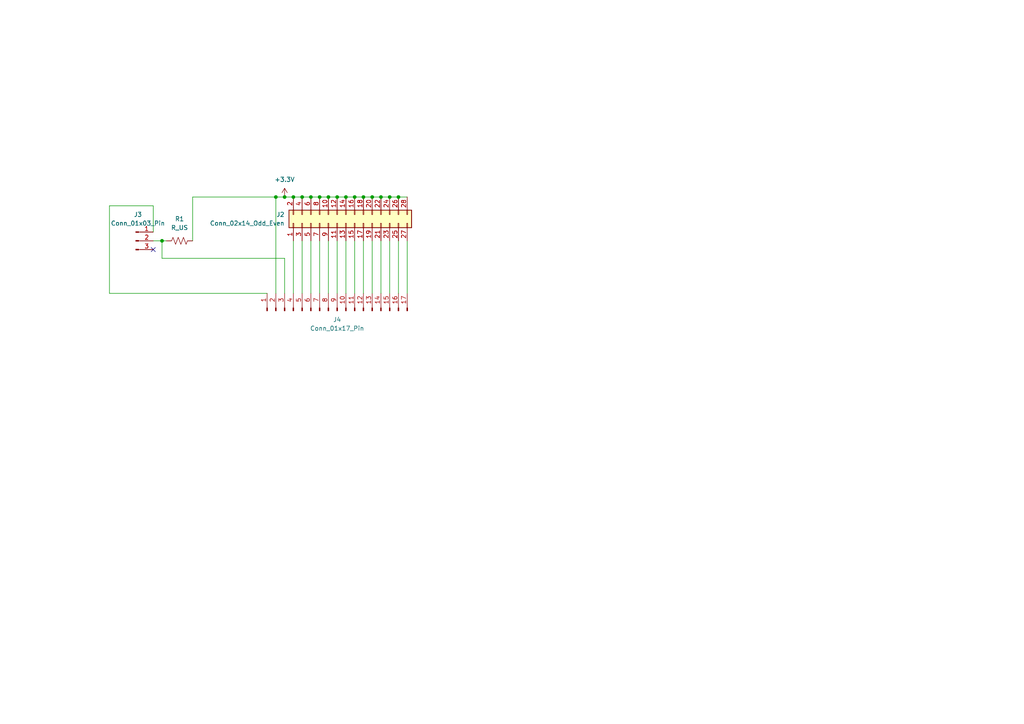
<source format=kicad_sch>
(kicad_sch (version 20230121) (generator eeschema)
  (paper "A4")
  (lib_symbols
    (symbol "Connector:Conn_01x03_Pin" (pin_names (offset 1.016) hide)
      (property "Reference" "J" (at 0 5.08 0))
      (property "Value" "Conn_01x03_Pin" (at 0 -5.08 0))
      (symbol "Conn_01x03_Pin_1_1"
        (polyline (pts (xy 1.27 -2.54) (xy 0.8636 -2.54)) (stroke (width 0.1524)))
        (polyline (pts (xy 1.27 0) (xy 0.8636 0)) (stroke (width 0.1524)))
        (polyline (pts (xy 1.27 2.54) (xy 0.8636 2.54)) (stroke (width 0.1524)))
        (rectangle (start 0.8636 -2.413) (end 0 -2.667) (stroke (width 0.1524)) (fill (type outline)))
        (rectangle (start 0.8636 0.127) (end 0 -0.127) (stroke (width 0.1524)) (fill (type outline)))
        (rectangle (start 0.8636 2.667) (end 0 2.413) (stroke (width 0.1524)) (fill (type outline)))
        (pin passive line (at 5.08 2.54 180) (length 3.81) (name "Pin_1") (number "1"))
        (pin passive line (at 5.08 0 180) (length 3.81) (name "Pin_2") (number "2"))
        (pin passive line (at 5.08 -2.54 180) (length 3.81) (name "Pin_3") (number "3"))
      )
    )
    (symbol "Connector:Conn_01x17_Pin" (pin_names (offset 1.016) hide)
      (property "Reference" "J" (at 0 22.86 0))
      (property "Value" "Conn_01x17_Pin" (at 0 -22.86 0))
      (symbol "Conn_01x17_Pin_1_1"
        (polyline (pts (xy 1.27 -20.32) (xy 0.8636 -20.32)) (stroke (width 0.1524)))
        (polyline (pts (xy 1.27 -17.78) (xy 0.8636 -17.78)) (stroke (width 0.1524)))
        (polyline (pts (xy 1.27 -15.24) (xy 0.8636 -15.24)) (stroke (width 0.1524)))
        (polyline (pts (xy 1.27 -12.7) (xy 0.8636 -12.7)) (stroke (width 0.1524)))
        (polyline (pts (xy 1.27 -10.16) (xy 0.8636 -10.16)) (stroke (width 0.1524)))
        (polyline (pts (xy 1.27 -7.62) (xy 0.8636 -7.62)) (stroke (width 0.1524)))
        (polyline (pts (xy 1.27 -5.08) (xy 0.8636 -5.08)) (stroke (width 0.1524)))
        (polyline (pts (xy 1.27 -2.54) (xy 0.8636 -2.54)) (stroke (width 0.1524)))
        (polyline (pts (xy 1.27 0) (xy 0.8636 0)) (stroke (width 0.1524)))
        (polyline (pts (xy 1.27 2.54) (xy 0.8636 2.54)) (stroke (width 0.1524)))
        (polyline (pts (xy 1.27 5.08) (xy 0.8636 5.08)) (stroke (width 0.1524)))
        (polyline (pts (xy 1.27 7.62) (xy 0.8636 7.62)) (stroke (width 0.1524)))
        (polyline (pts (xy 1.27 10.16) (xy 0.8636 10.16)) (stroke (width 0.1524)))
        (polyline (pts (xy 1.27 12.7) (xy 0.8636 12.7)) (stroke (width 0.1524)))
        (polyline (pts (xy 1.27 15.24) (xy 0.8636 15.24)) (stroke (width 0.1524)))
        (polyline (pts (xy 1.27 17.78) (xy 0.8636 17.78)) (stroke (width 0.1524)))
        (polyline (pts (xy 1.27 20.32) (xy 0.8636 20.32)) (stroke (width 0.1524)))
        (rectangle (start 0.8636 -20.193) (end 0 -20.447) (stroke (width 0.1524)) (fill (type outline)))
        (rectangle (start 0.8636 -17.653) (end 0 -17.907) (stroke (width 0.1524)) (fill (type outline)))
        (rectangle (start 0.8636 -15.113) (end 0 -15.367) (stroke (width 0.1524)) (fill (type outline)))
        (rectangle (start 0.8636 -12.573) (end 0 -12.827) (stroke (width 0.1524)) (fill (type outline)))
        (rectangle (start 0.8636 -10.033) (end 0 -10.287) (stroke (width 0.1524)) (fill (type outline)))
        (rectangle (start 0.8636 -7.493) (end 0 -7.747) (stroke (width 0.1524)) (fill (type outline)))
        (rectangle (start 0.8636 -4.953) (end 0 -5.207) (stroke (width 0.1524)) (fill (type outline)))
        (rectangle (start 0.8636 -2.413) (end 0 -2.667) (stroke (width 0.1524)) (fill (type outline)))
        (rectangle (start 0.8636 0.127) (end 0 -0.127) (stroke (width 0.1524)) (fill (type outline)))
        (rectangle (start 0.8636 2.667) (end 0 2.413) (stroke (width 0.1524)) (fill (type outline)))
        (rectangle (start 0.8636 5.207) (end 0 4.953) (stroke (width 0.1524)) (fill (type outline)))
        (rectangle (start 0.8636 7.747) (end 0 7.493) (stroke (width 0.1524)) (fill (type outline)))
        (rectangle (start 0.8636 10.287) (end 0 10.033) (stroke (width 0.1524)) (fill (type outline)))
        (rectangle (start 0.8636 12.827) (end 0 12.573) (stroke (width 0.1524)) (fill (type outline)))
        (rectangle (start 0.8636 15.367) (end 0 15.113) (stroke (width 0.1524)) (fill (type outline)))
        (rectangle (start 0.8636 17.907) (end 0 17.653) (stroke (width 0.1524)) (fill (type outline)))
        (rectangle (start 0.8636 20.447) (end 0 20.193) (stroke (width 0.1524)) (fill (type outline)))
        (pin passive line (at 5.08 20.32 180) (length 3.81) (name "Pin_1") (number "1"))
        (pin passive line (at 5.08 -2.54 180) (length 3.81) (name "Pin_10") (number "10"))
        (pin passive line (at 5.08 -5.08 180) (length 3.81) (name "Pin_11") (number "11"))
        (pin passive line (at 5.08 -7.62 180) (length 3.81) (name "Pin_12") (number "12"))
        (pin passive line (at 5.08 -10.16 180) (length 3.81) (name "Pin_13") (number "13"))
        (pin passive line (at 5.08 -12.7 180) (length 3.81) (name "Pin_14") (number "14"))
        (pin passive line (at 5.08 -15.24 180) (length 3.81) (name "Pin_15") (number "15"))
        (pin passive line (at 5.08 -17.78 180) (length 3.81) (name "Pin_16") (number "16"))
        (pin passive line (at 5.08 -20.32 180) (length 3.81) (name "Pin_17") (number "17"))
        (pin passive line (at 5.08 17.78 180) (length 3.81) (name "Pin_2") (number "2"))
        (pin passive line (at 5.08 15.24 180) (length 3.81) (name "Pin_3") (number "3"))
        (pin passive line (at 5.08 12.7 180) (length 3.81) (name "Pin_4") (number "4"))
        (pin passive line (at 5.08 10.16 180) (length 3.81) (name "Pin_5") (number "5"))
        (pin passive line (at 5.08 7.62 180) (length 3.81) (name "Pin_6") (number "6"))
        (pin passive line (at 5.08 5.08 180) (length 3.81) (name "Pin_7") (number "7"))
        (pin passive line (at 5.08 2.54 180) (length 3.81) (name "Pin_8") (number "8"))
        (pin passive line (at 5.08 0 180) (length 3.81) (name "Pin_9") (number "9"))
      )
    )
    (symbol "Connector_Generic:Conn_02x14_Odd_Even" (pin_names (offset 1.016) hide)
      (property "Reference" "J" (at 1.27 17.78 0))
      (property "Value" "Conn_02x14_Odd_Even" (at 1.27 -20.32 0))
      (symbol "Conn_02x14_Odd_Even_1_1"
        (rectangle (start -1.27 -17.653) (end 0 -17.907) (stroke (width 0.1524)))
        (rectangle (start -1.27 -15.113) (end 0 -15.367) (stroke (width 0.1524)))
        (rectangle (start -1.27 -12.573) (end 0 -12.827) (stroke (width 0.1524)))
        (rectangle (start -1.27 -10.033) (end 0 -10.287) (stroke (width 0.1524)))
        (rectangle (start -1.27 -7.493) (end 0 -7.747) (stroke (width 0.1524)))
        (rectangle (start -1.27 -4.953) (end 0 -5.207) (stroke (width 0.1524)))
        (rectangle (start -1.27 -2.413) (end 0 -2.667) (stroke (width 0.1524)))
        (rectangle (start -1.27 0.127) (end 0 -0.127) (stroke (width 0.1524)))
        (rectangle (start -1.27 2.667) (end 0 2.413) (stroke (width 0.1524)))
        (rectangle (start -1.27 5.207) (end 0 4.953) (stroke (width 0.1524)))
        (rectangle (start -1.27 7.747) (end 0 7.493) (stroke (width 0.1524)))
        (rectangle (start -1.27 10.287) (end 0 10.033) (stroke (width 0.1524)))
        (rectangle (start -1.27 12.827) (end 0 12.573) (stroke (width 0.1524)))
        (rectangle (start -1.27 15.367) (end 0 15.113) (stroke (width 0.1524)))
        (rectangle (start -1.27 16.51) (end 3.81 -19.05) (stroke (width 0.254)) (fill (type background)))
        (rectangle (start 3.81 -17.653) (end 2.54 -17.907) (stroke (width 0.1524)))
        (rectangle (start 3.81 -15.113) (end 2.54 -15.367) (stroke (width 0.1524)))
        (rectangle (start 3.81 -12.573) (end 2.54 -12.827) (stroke (width 0.1524)))
        (rectangle (start 3.81 -10.033) (end 2.54 -10.287) (stroke (width 0.1524)))
        (rectangle (start 3.81 -7.493) (end 2.54 -7.747) (stroke (width 0.1524)))
        (rectangle (start 3.81 -4.953) (end 2.54 -5.207) (stroke (width 0.1524)))
        (rectangle (start 3.81 -2.413) (end 2.54 -2.667) (stroke (width 0.1524)))
        (rectangle (start 3.81 0.127) (end 2.54 -0.127) (stroke (width 0.1524)))
        (rectangle (start 3.81 2.667) (end 2.54 2.413) (stroke (width 0.1524)))
        (rectangle (start 3.81 5.207) (end 2.54 4.953) (stroke (width 0.1524)))
        (rectangle (start 3.81 7.747) (end 2.54 7.493) (stroke (width 0.1524)))
        (rectangle (start 3.81 10.287) (end 2.54 10.033) (stroke (width 0.1524)))
        (rectangle (start 3.81 12.827) (end 2.54 12.573) (stroke (width 0.1524)))
        (rectangle (start 3.81 15.367) (end 2.54 15.113) (stroke (width 0.1524)))
        (pin passive line (at -5.08 15.24 0) (length 3.81) (name "Pin_1") (number "1"))
        (pin passive line (at 7.62 5.08 180) (length 3.81) (name "Pin_10") (number "10"))
        (pin passive line (at -5.08 2.54 0) (length 3.81) (name "Pin_11") (number "11"))
        (pin passive line (at 7.62 2.54 180) (length 3.81) (name "Pin_12") (number "12"))
        (pin passive line (at -5.08 0 0) (length 3.81) (name "Pin_13") (number "13"))
        (pin passive line (at 7.62 0 180) (length 3.81) (name "Pin_14") (number "14"))
        (pin passive line (at -5.08 -2.54 0) (length 3.81) (name "Pin_15") (number "15"))
        (pin passive line (at 7.62 -2.54 180) (length 3.81) (name "Pin_16") (number "16"))
        (pin passive line (at -5.08 -5.08 0) (length 3.81) (name "Pin_17") (number "17"))
        (pin passive line (at 7.62 -5.08 180) (length 3.81) (name "Pin_18") (number "18"))
        (pin passive line (at -5.08 -7.62 0) (length 3.81) (name "Pin_19") (number "19"))
        (pin passive line (at 7.62 15.24 180) (length 3.81) (name "Pin_2") (number "2"))
        (pin passive line (at 7.62 -7.62 180) (length 3.81) (name "Pin_20") (number "20"))
        (pin passive line (at -5.08 -10.16 0) (length 3.81) (name "Pin_21") (number "21"))
        (pin passive line (at 7.62 -10.16 180) (length 3.81) (name "Pin_22") (number "22"))
        (pin passive line (at -5.08 -12.7 0) (length 3.81) (name "Pin_23") (number "23"))
        (pin passive line (at 7.62 -12.7 180) (length 3.81) (name "Pin_24") (number "24"))
        (pin passive line (at -5.08 -15.24 0) (length 3.81) (name "Pin_25") (number "25"))
        (pin passive line (at 7.62 -15.24 180) (length 3.81) (name "Pin_26") (number "26"))
        (pin passive line (at -5.08 -17.78 0) (length 3.81) (name "Pin_27") (number "27"))
        (pin passive line (at 7.62 -17.78 180) (length 3.81) (name "Pin_28") (number "28"))
        (pin passive line (at -5.08 12.7 0) (length 3.81) (name "Pin_3") (number "3"))
        (pin passive line (at 7.62 12.7 180) (length 3.81) (name "Pin_4") (number "4"))
        (pin passive line (at -5.08 10.16 0) (length 3.81) (name "Pin_5") (number "5"))
        (pin passive line (at 7.62 10.16 180) (length 3.81) (name "Pin_6") (number "6"))
        (pin passive line (at -5.08 7.62 0) (length 3.81) (name "Pin_7") (number "7"))
        (pin passive line (at 7.62 7.62 180) (length 3.81) (name "Pin_8") (number "8"))
        (pin passive line (at -5.08 5.08 0) (length 3.81) (name "Pin_9") (number "9"))
      )
    )
    (symbol "Device:R_US" (pin_numbers hide) (pin_names (offset 0))
      (property "Reference" "R" (at 2.54 0 90))
      (property "Value" "R_US" (at -2.54 0 90))
      (symbol "R_US_0_1"
        (polyline (pts (xy 0 -2.286) (xy 0 -2.54)))
        (polyline (pts (xy 0 2.286) (xy 0 2.54)))
        (polyline (pts (xy 0 -0.762) (xy 1.016 -1.143) (xy 0 -1.524) (xy -1.016 -1.905) (xy 0 -2.286)))
        (polyline (pts (xy 0 0.762) (xy 1.016 0.381) (xy 0 0) (xy -1.016 -0.381) (xy 0 -0.762)))
        (polyline (pts (xy 0 2.286) (xy 1.016 1.905) (xy 0 1.524) (xy -1.016 1.143) (xy 0 0.762)))
      )
      (symbol "R_US_1_1"
        (pin passive line (at 0 3.81 270) (length 1.27) (name "~") (number "1"))
        (pin passive line (at 0 -3.81 90) (length 1.27) (name "~") (number "2"))
      )
    )
    (symbol "power:+3.3V" (power) (pin_names (offset 0))
      (property "Value" "+3.3V" (at 0 3.556 0))
      (symbol "+3.3V_0_1"
        (polyline (pts (xy -0.762 1.27) (xy 0 2.54)))
        (polyline (pts (xy 0 0) (xy 0 2.54)))
        (polyline (pts (xy 0 2.54) (xy 0.762 1.27)))
      )
      (symbol "+3.3V_1_1"
        (pin power_in line (at 0 0 90) (length 0) hide (name "+3.3V") (number "1"))
      )
    )
  )
  (junction (at 105.41 57.15))
  (junction (at 97.79 57.15))
  (junction (at 100.33 57.15))
  (junction (at 102.87 57.15))
  (junction (at 82.55 57.15))
  (junction (at 95.25 57.15))
  (junction (at 107.95 57.15))
  (junction (at 87.63 57.15))
  (junction (at 90.17 57.15))
  (junction (at 85.09 57.15))
  (junction (at 80.01 57.15))
  (junction (at 92.71 57.15))
  (junction (at 110.49 57.15))
  (junction (at 113.03 57.15))
  (junction (at 46.99 69.85))
  (junction (at 115.57 57.15))
  (no_connect (at 44.45 72.39))
  (wire (pts (xy 107.95 69.85) (xy 107.95 85.09)))
  (wire (pts (xy 90.17 57.15) (xy 92.71 57.15)))
  (wire (pts (xy 107.95 57.15) (xy 110.49 57.15)))
  (wire (pts (xy 110.49 69.85) (xy 110.49 85.09)))
  (wire (pts (xy 95.25 69.85) (xy 95.25 85.09)))
  (wire (pts (xy 46.99 74.93) (xy 82.55 74.93)))
  (wire (pts (xy 113.03 69.85) (xy 113.03 85.09)))
  (wire (pts (xy 31.75 85.09) (xy 31.75 59.69)))
  (wire (pts (xy 80.01 57.15) (xy 82.55 57.15)))
  (wire (pts (xy 105.41 57.15) (xy 107.95 57.15)))
  (wire (pts (xy 31.75 59.69) (xy 44.45 59.69)))
  (wire (pts (xy 92.71 57.15) (xy 95.25 57.15)))
  (wire (pts (xy 77.47 85.09) (xy 31.75 85.09)))
  (wire (pts (xy 80.01 85.09) (xy 80.01 57.15)))
  (wire (pts (xy 46.99 69.85) (xy 46.99 74.93)))
  (wire (pts (xy 100.33 57.15) (xy 102.87 57.15)))
  (wire (pts (xy 102.87 57.15) (xy 105.41 57.15)))
  (wire (pts (xy 46.99 69.85) (xy 48.26 69.85)))
  (wire (pts (xy 100.33 69.85) (xy 100.33 85.09)))
  (wire (pts (xy 102.87 69.85) (xy 102.87 85.09)))
  (wire (pts (xy 97.79 57.15) (xy 100.33 57.15)))
  (wire (pts (xy 95.25 57.15) (xy 97.79 57.15)))
  (wire (pts (xy 82.55 74.93) (xy 82.55 85.09)))
  (wire (pts (xy 87.63 69.85) (xy 87.63 85.09)))
  (wire (pts (xy 82.55 57.15) (xy 85.09 57.15)))
  (wire (pts (xy 90.17 69.85) (xy 90.17 85.09)))
  (wire (pts (xy 87.63 57.15) (xy 90.17 57.15)))
  (wire (pts (xy 55.88 57.15) (xy 55.88 69.85)))
  (wire (pts (xy 110.49 57.15) (xy 113.03 57.15)))
  (wire (pts (xy 115.57 69.85) (xy 115.57 85.09)))
  (wire (pts (xy 97.79 69.85) (xy 97.79 85.09)))
  (wire (pts (xy 113.03 57.15) (xy 115.57 57.15)))
  (wire (pts (xy 44.45 59.69) (xy 44.45 67.31)))
  (wire (pts (xy 44.45 69.85) (xy 46.99 69.85)))
  (wire (pts (xy 85.09 69.85) (xy 85.09 85.09)))
  (wire (pts (xy 85.09 57.15) (xy 87.63 57.15)))
  (wire (pts (xy 118.11 69.85) (xy 118.11 85.09)))
  (wire (pts (xy 92.71 69.85) (xy 92.71 85.09)))
  (wire (pts (xy 115.57 57.15) (xy 118.11 57.15)))
  (wire (pts (xy 55.88 57.15) (xy 80.01 57.15)))
  (wire (pts (xy 105.41 69.85) (xy 105.41 85.09)))
  (symbol (lib_id "Connector:Conn_01x17_Pin") (at 97.79 90.17 90) (unit 1)
    (property "Reference" "J4" (at 97.79 92.71 90))
    (property "Value" "Conn_01x17_Pin" (at 97.79 95.25 90))
    (property "Footprint" "Connector_PinHeader_2.54mm:PinHeader_1x17_P2.54mm_Vertical" (effects hide))
  )
  (symbol (lib_id "Connector:Conn_01x03_Pin") (at 39.37 69.85 0) (unit 1)
    (property "Reference" "J3" (at 40.005 62.23 0))
    (property "Value" "Conn_01x03_Pin" (at 40.005 64.77 0))
    (property "Footprint" "6.2300FPLibrary:AHHH" (effects hide))
  )
  (symbol (lib_id "Connector_Generic:Conn_02x14_Odd_Even") (at 100.33 64.77 90) (unit 1)
    (property "Reference" "J2" (at 82.55 62.23 90) (effects (justify left)))
    (property "Value" "Conn_02x14_Odd_Even" (at 82.55 64.77 90) (effects (justify left)))
    (property "Footprint" "Connector_Samtec_HLE_THT:Samtec_HLE-114-02-xx-DV-PE_2x14_P2.54mm_Horizontal" (effects hide))
  )
  (symbol (lib_id "power:+3.3V") (at 82.55 57.15 0) (unit 1)
    (property "Reference" "#PWR01" (effects hide))
    (property "Value" "+3.3V" (at 82.55 52.07 0))
  )
  (symbol (lib_id "Device:R_US") (at 52.07 69.85 90) (unit 1)
    (property "Reference" "R1" (at 52.07 63.5 90))
    (property "Value" "R_US" (at 52.07 66.04 90))
    (property "Footprint" "Resistor_THT:R_Axial_DIN0414_L11.9mm_D4.5mm_P15.24mm_Horizontal" (effects hide))
  )
)
</source>
